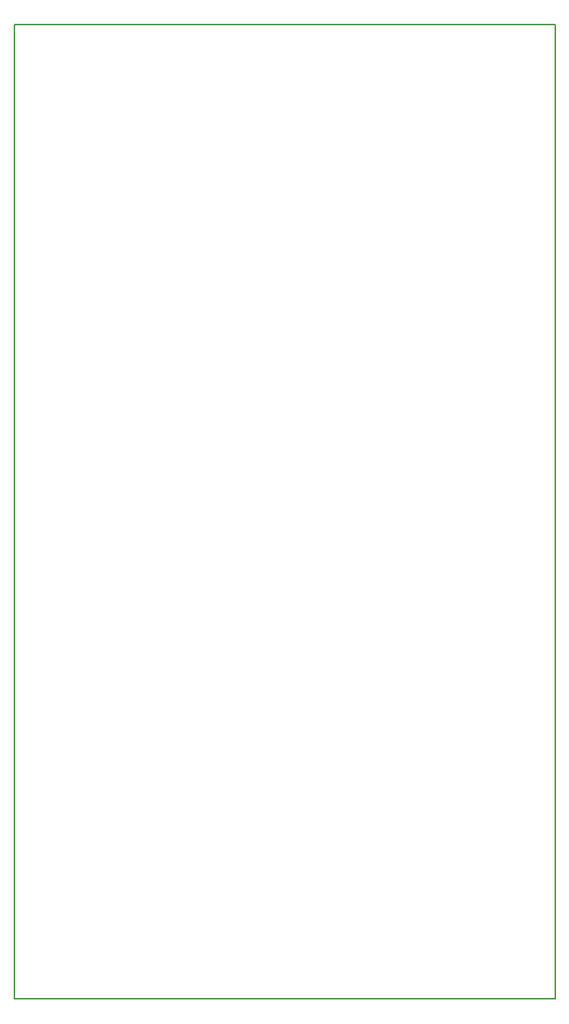
<source format=gbr>
G04 #@! TF.FileFunction,Profile,NP*
%FSLAX46Y46*%
G04 Gerber Fmt 4.6, Leading zero omitted, Abs format (unit mm)*
G04 Created by KiCad (PCBNEW 4.0.4-stable) date Saturday, January 07, 2017 'PMt' 11:38:11 PM*
%MOMM*%
%LPD*%
G01*
G04 APERTURE LIST*
%ADD10C,0.100000*%
%ADD11C,0.150000*%
G04 APERTURE END LIST*
D10*
D11*
X63500000Y0D02*
X63500000Y-114300000D01*
X0Y-114300000D02*
X63500000Y-114300000D01*
X0Y0D02*
X0Y-114300000D01*
X0Y0D02*
X63500000Y0D01*
M02*

</source>
